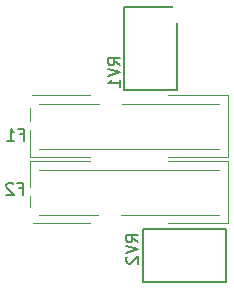
<source format=gbr>
%TF.GenerationSoftware,KiCad,Pcbnew,(5.1.10)-1*%
%TF.CreationDate,2021-06-06T16:07:07+07:00*%
%TF.ProjectId,Mother_module,4d6f7468-6572-45f6-9d6f-64756c652e6b,rev?*%
%TF.SameCoordinates,Original*%
%TF.FileFunction,Legend,Bot*%
%TF.FilePolarity,Positive*%
%FSLAX46Y46*%
G04 Gerber Fmt 4.6, Leading zero omitted, Abs format (unit mm)*
G04 Created by KiCad (PCBNEW (5.1.10)-1) date 2021-06-06 16:07:07*
%MOMM*%
%LPD*%
G01*
G04 APERTURE LIST*
%ADD10C,0.150000*%
%ADD11C,0.120000*%
%ADD12C,1.900000*%
%ADD13R,1.900000X1.900000*%
%ADD14C,2.000000*%
%ADD15R,1.700000X2.400000*%
%ADD16O,1.700000X2.400000*%
%ADD17C,1.700000*%
%ADD18R,1.700000X1.700000*%
%ADD19R,2.400000X1.700000*%
%ADD20O,2.400000X1.700000*%
%ADD21O,2.000000X2.400000*%
%ADD22C,1.600000*%
G04 APERTURE END LIST*
D10*
%TO.C,RV1*%
X70282000Y-83982000D02*
X70282000Y-76982000D01*
X74782000Y-83982000D02*
X74782000Y-76982000D01*
X74782000Y-76982000D02*
X70282000Y-76982000D01*
X74782000Y-83982000D02*
X70282000Y-83982000D01*
%TO.C,RV2*%
X78902000Y-100252000D02*
X71902000Y-100252000D01*
X78902000Y-95752000D02*
X71902000Y-95752000D01*
X71902000Y-95752000D02*
X71902000Y-100252000D01*
X78902000Y-95752000D02*
X78902000Y-100252000D01*
D11*
%TO.C,F2*%
X74035500Y-90030500D02*
X79115500Y-90030500D01*
X79115500Y-95237500D02*
X74035500Y-95237500D01*
X63113500Y-90729000D02*
X78353500Y-90729000D01*
X78353500Y-94539000D02*
X63113500Y-94539000D01*
X79115500Y-95237500D02*
X79115500Y-90030500D01*
X62351500Y-90030500D02*
X67431500Y-90030500D01*
X67431500Y-95237500D02*
X62351500Y-95237500D01*
X62351500Y-95237500D02*
X62351500Y-90030500D01*
%TO.C,F1*%
X74035500Y-84442500D02*
X79115500Y-84442500D01*
X79115500Y-89649500D02*
X74035500Y-89649500D01*
X63113500Y-85141000D02*
X78353500Y-85141000D01*
X78353500Y-88951000D02*
X63113500Y-88951000D01*
X79115500Y-89649500D02*
X79115500Y-84442500D01*
X62351500Y-84442500D02*
X67431500Y-84442500D01*
X67431500Y-89649500D02*
X62351500Y-89649500D01*
X62351500Y-89649500D02*
X62351500Y-84442500D01*
%TO.C,RV1*%
D10*
X69972380Y-81878761D02*
X69496190Y-81545428D01*
X69972380Y-81307333D02*
X68972380Y-81307333D01*
X68972380Y-81688285D01*
X69020000Y-81783523D01*
X69067619Y-81831142D01*
X69162857Y-81878761D01*
X69305714Y-81878761D01*
X69400952Y-81831142D01*
X69448571Y-81783523D01*
X69496190Y-81688285D01*
X69496190Y-81307333D01*
X68972380Y-82164476D02*
X69972380Y-82497809D01*
X68972380Y-82831142D01*
X69972380Y-83688285D02*
X69972380Y-83116857D01*
X69972380Y-83402571D02*
X68972380Y-83402571D01*
X69115238Y-83307333D01*
X69210476Y-83212095D01*
X69258095Y-83116857D01*
%TO.C,RV2*%
X71496380Y-96864761D02*
X71020190Y-96531428D01*
X71496380Y-96293333D02*
X70496380Y-96293333D01*
X70496380Y-96674285D01*
X70544000Y-96769523D01*
X70591619Y-96817142D01*
X70686857Y-96864761D01*
X70829714Y-96864761D01*
X70924952Y-96817142D01*
X70972571Y-96769523D01*
X71020190Y-96674285D01*
X71020190Y-96293333D01*
X70496380Y-97150476D02*
X71496380Y-97483809D01*
X70496380Y-97817142D01*
X70591619Y-98102857D02*
X70544000Y-98150476D01*
X70496380Y-98245714D01*
X70496380Y-98483809D01*
X70544000Y-98579047D01*
X70591619Y-98626666D01*
X70686857Y-98674285D01*
X70782095Y-98674285D01*
X70924952Y-98626666D01*
X71496380Y-98055238D01*
X71496380Y-98674285D01*
%TO.C,F2*%
X61401333Y-92308571D02*
X61734666Y-92308571D01*
X61734666Y-92832380D02*
X61734666Y-91832380D01*
X61258476Y-91832380D01*
X60925142Y-91927619D02*
X60877523Y-91880000D01*
X60782285Y-91832380D01*
X60544190Y-91832380D01*
X60448952Y-91880000D01*
X60401333Y-91927619D01*
X60353714Y-92022857D01*
X60353714Y-92118095D01*
X60401333Y-92260952D01*
X60972761Y-92832380D01*
X60353714Y-92832380D01*
%TO.C,F1*%
X61471333Y-87736571D02*
X61804666Y-87736571D01*
X61804666Y-88260380D02*
X61804666Y-87260380D01*
X61328476Y-87260380D01*
X60423714Y-88260380D02*
X60995142Y-88260380D01*
X60709428Y-88260380D02*
X60709428Y-87260380D01*
X60804666Y-87403238D01*
X60899904Y-87498476D01*
X60995142Y-87546095D01*
%TD*%
%LPC*%
D12*
%TO.C,XP2*%
X61646000Y-84887000D03*
X69166000Y-84887000D03*
D13*
X61646000Y-79807000D03*
D12*
X69166000Y-79807000D03*
%TD*%
%TO.C,XP6*%
X137492000Y-81458000D03*
X132512000Y-81458000D03*
D13*
X137492000Y-83998000D03*
D12*
X132512000Y-83998000D03*
%TD*%
D14*
%TO.C,TP10*%
X116510000Y-82220000D03*
%TD*%
%TO.C,TP9*%
X106985000Y-84125000D03*
%TD*%
%TO.C,TP8*%
X116510000Y-78410000D03*
%TD*%
%TO.C,TP7*%
X104445000Y-81585000D03*
%TD*%
D15*
%TO.C,U6*%
X83744000Y-92697500D03*
D16*
X88824000Y-92697500D03*
X111684000Y-92697500D03*
X114224000Y-92697500D03*
%TD*%
D17*
%TO.C,U4*%
X106860000Y-77470000D03*
D18*
X104320000Y-77470000D03*
D19*
X75618000Y-77470000D03*
X80698000Y-77470000D03*
D20*
X85778000Y-77470000D03*
D19*
X91620000Y-77470000D03*
D20*
X96700000Y-77470000D03*
%TD*%
D15*
%TO.C,U5*%
X93904000Y-92697500D03*
D16*
X98984000Y-92697500D03*
X111684000Y-92697500D03*
X114224000Y-92697500D03*
%TD*%
D21*
%TO.C,U7*%
X124336000Y-106553000D03*
X118240000Y-106553000D03*
X111890000Y-106553000D03*
D18*
X73790000Y-106553000D03*
D17*
X76330000Y-106553000D03*
D21*
X92840000Y-106553000D03*
X99190000Y-106553000D03*
X105540000Y-106553000D03*
%TD*%
D18*
%TO.C,U8*%
X73790000Y-118999000D03*
D17*
X76330000Y-118999000D03*
D21*
X90300000Y-118999000D03*
X85220000Y-118999000D03*
X127130000Y-118999000D03*
%TD*%
D14*
%TO.C,TP4*%
X112700000Y-82220000D03*
%TD*%
%TO.C,TP3*%
X112700000Y-78410000D03*
%TD*%
D22*
%TO.C,RV1*%
X71482000Y-77982000D03*
X73582000Y-82982000D03*
%TD*%
%TO.C,RV2*%
X72902000Y-99052000D03*
X77902000Y-96952000D03*
%TD*%
%TO.C,F2*%
X68193500Y-92634000D03*
X78353500Y-92634000D03*
X63113500Y-92634000D03*
X73273500Y-92634000D03*
%TD*%
D12*
%TO.C,XP3*%
X61639500Y-100000000D03*
X69159500Y-100000000D03*
D13*
X61639500Y-94920000D03*
D12*
X69159500Y-94920000D03*
%TD*%
D14*
%TO.C,TP16*%
X115748000Y-134798000D03*
%TD*%
%TO.C,TP15*%
X110160000Y-131496000D03*
%TD*%
%TO.C,TP12*%
X113208000Y-131496000D03*
%TD*%
%TO.C,TP11*%
X115748000Y-137846000D03*
%TD*%
%TO.C,TP14*%
X102032000Y-133020000D03*
%TD*%
%TO.C,TP13*%
X102032000Y-136068000D03*
%TD*%
D12*
%TO.C,XP1*%
X67501500Y-134671000D03*
X62521500Y-134671000D03*
X62521500Y-132131000D03*
X67501500Y-132131000D03*
X67501500Y-129591000D03*
X62521500Y-129591000D03*
X67501500Y-127051000D03*
X62521500Y-127051000D03*
X62521500Y-124511000D03*
X67501500Y-124511000D03*
X62521500Y-121971000D03*
X67501500Y-121971000D03*
X62521500Y-119431000D03*
X67501500Y-119431000D03*
X62521500Y-116891000D03*
X67501500Y-116891000D03*
X62521500Y-114351000D03*
X67501500Y-114351000D03*
X62521500Y-111811000D03*
X67501500Y-111811000D03*
X62521500Y-109271000D03*
X67501500Y-109271000D03*
D13*
X62521500Y-106731000D03*
D12*
X67501500Y-106731000D03*
%TD*%
D14*
%TO.C,TP2*%
X92888000Y-136068000D03*
%TD*%
D12*
%TO.C,XP4*%
X137528500Y-122860000D03*
X132548500Y-122860000D03*
X137528500Y-125400000D03*
X132548500Y-125400000D03*
X137528500Y-127940000D03*
X132548500Y-127940000D03*
X137528500Y-130480000D03*
X132548500Y-130480000D03*
X137528500Y-133020000D03*
X132548500Y-133020000D03*
X137528500Y-135560000D03*
X132548500Y-135560000D03*
D13*
X137528500Y-138100000D03*
D12*
X132548500Y-138100000D03*
%TD*%
D14*
%TO.C,TP1*%
X92888000Y-133020000D03*
%TD*%
D17*
%TO.C,U3*%
X78870000Y-136212000D03*
X76330000Y-136212000D03*
D18*
X73790000Y-136212000D03*
%TD*%
D12*
%TO.C,XP5*%
X138417500Y-90729000D03*
X130897500Y-90729000D03*
X138417500Y-95809000D03*
X130897500Y-95809000D03*
X138417500Y-100889000D03*
X130897500Y-100889000D03*
X138417500Y-105969000D03*
X130897500Y-105969000D03*
X138417500Y-111049000D03*
X130897500Y-111049000D03*
D13*
X138417500Y-116129000D03*
D12*
X130897500Y-116129000D03*
%TD*%
D14*
%TO.C,TP6*%
X76378000Y-113208000D03*
%TD*%
%TO.C,TP5*%
X73838000Y-110414000D03*
%TD*%
D22*
%TO.C,F1*%
X68193500Y-87046000D03*
X78353500Y-87046000D03*
X63113500Y-87046000D03*
X73273500Y-87046000D03*
%TD*%
M02*

</source>
